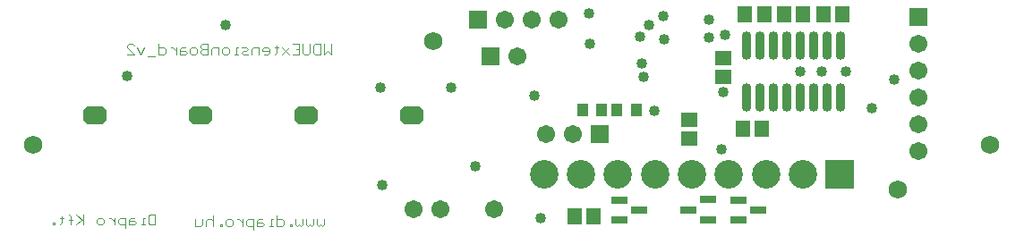
<source format=gbs>
%FSTAX24Y24*%
%MOIN*%
G70*
G01*
G75*
G04 Layer_Color=8388736*
%ADD10R,0.0532X0.0472*%
%ADD11R,0.0728X0.0472*%
%ADD12R,0.0472X0.0532*%
%ADD13R,0.0807X0.0157*%
%ADD14R,0.0433X0.0256*%
%ADD15R,0.0472X0.0551*%
%ADD16R,0.0551X0.0472*%
%ADD17C,0.0100*%
%ADD18C,0.0200*%
G04:AMPARAMS|DCode=19|XSize=78.7mil|YSize=60mil|CornerRadius=0mil|HoleSize=0mil|Usage=FLASHONLY|Rotation=0.000|XOffset=0mil|YOffset=0mil|HoleType=Round|Shape=Octagon|*
%AMOCTAGOND19*
4,1,8,0.0394,-0.0150,0.0394,0.0150,0.0244,0.0300,-0.0244,0.0300,-0.0394,0.0150,-0.0394,-0.0150,-0.0244,-0.0300,0.0244,-0.0300,0.0394,-0.0150,0.0*
%
%ADD19OCTAGOND19*%

%ADD20C,0.0600*%
%ADD21R,0.0591X0.0591*%
%ADD22C,0.0591*%
%ADD23R,0.0591X0.0591*%
%ADD24C,0.0984*%
%ADD25R,0.0984X0.0984*%
%ADD26C,0.0320*%
%ADD27R,0.0551X0.0236*%
%ADD28O,0.0276X0.0984*%
%ADD29R,0.0315X0.0374*%
%ADD30C,0.0039*%
%ADD31R,0.0612X0.0552*%
%ADD32R,0.0808X0.0552*%
%ADD33R,0.0552X0.0612*%
%ADD34R,0.0887X0.0237*%
%ADD35R,0.0513X0.0336*%
%ADD36R,0.0552X0.0631*%
%ADD37R,0.0631X0.0552*%
G04:AMPARAMS|DCode=38|XSize=86.7mil|YSize=68mil|CornerRadius=0mil|HoleSize=0mil|Usage=FLASHONLY|Rotation=0.000|XOffset=0mil|YOffset=0mil|HoleType=Round|Shape=Octagon|*
%AMOCTAGOND38*
4,1,8,0.0434,-0.0170,0.0434,0.0170,0.0264,0.0340,-0.0264,0.0340,-0.0434,0.0170,-0.0434,-0.0170,-0.0264,-0.0340,0.0264,-0.0340,0.0434,-0.0170,0.0*
%
%ADD38OCTAGOND38*%

%ADD39C,0.0680*%
%ADD40R,0.0671X0.0671*%
%ADD41C,0.0671*%
%ADD42R,0.0671X0.0671*%
%ADD43C,0.1064*%
%ADD44R,0.1064X0.1064*%
%ADD45C,0.0400*%
%ADD46R,0.0631X0.0316*%
%ADD47O,0.0356X0.1064*%
%ADD48R,0.0395X0.0454*%
D30*
X050815Y042033D02*
Y041639D01*
X050619D01*
X050553Y041705D01*
Y041967D01*
X050619Y042033D01*
X050815D01*
X050422Y041639D02*
X050291D01*
X050356D01*
Y041901D01*
X050422D01*
X050028D02*
X049897D01*
X049831Y041836D01*
Y041639D01*
X050028D01*
X050094Y041705D01*
X050028Y04177D01*
X049831D01*
X0497Y041508D02*
Y041901D01*
X049503D01*
X049438Y041836D01*
Y041705D01*
X049503Y041639D01*
X0497D01*
X049307Y041901D02*
Y041639D01*
Y04177D01*
X049241Y041836D01*
X049175Y041901D01*
X04911D01*
X048847Y041639D02*
X048716D01*
X048651Y041705D01*
Y041836D01*
X048716Y041901D01*
X048847D01*
X048913Y041836D01*
Y041705D01*
X048847Y041639D01*
X048126Y042033D02*
Y041639D01*
Y04177D01*
X047864Y042033D01*
X04806Y041836D01*
X047864Y041639D01*
X047667D02*
Y041967D01*
Y041836D01*
X047732D01*
X047601D01*
X047667D01*
Y041967D01*
X047601Y042033D01*
X047339Y041967D02*
Y041901D01*
X047404D01*
X047273D01*
X047339D01*
Y041705D01*
X047273Y041639D01*
X047076D02*
Y041705D01*
X047011D01*
Y041639D01*
X047076D01*
X057099Y041842D02*
Y041646D01*
X057033Y04158D01*
X056968Y041646D01*
X056902Y04158D01*
X056836Y041646D01*
Y041842D01*
X056705D02*
Y041646D01*
X05664Y04158D01*
X056574Y041646D01*
X056508Y04158D01*
X056443Y041646D01*
Y041842D01*
X056312D02*
Y041646D01*
X056246Y04158D01*
X05618Y041646D01*
X056115Y04158D01*
X056049Y041646D01*
Y041842D01*
X055918Y04158D02*
Y041646D01*
X055852D01*
Y04158D01*
X055918D01*
X055328Y041974D02*
Y04158D01*
X055525D01*
X05559Y041646D01*
Y041777D01*
X055525Y041842D01*
X055328D01*
X055197Y04158D02*
X055065D01*
X055131D01*
Y041842D01*
X055197D01*
X054803D02*
X054672D01*
X054606Y041777D01*
Y04158D01*
X054803D01*
X054869Y041646D01*
X054803Y041711D01*
X054606D01*
X054475Y041449D02*
Y041842D01*
X054278D01*
X054213Y041777D01*
Y041646D01*
X054278Y04158D01*
X054475D01*
X054081Y041842D02*
Y04158D01*
Y041711D01*
X054016Y041777D01*
X05395Y041842D01*
X053885D01*
X053622Y04158D02*
X053491D01*
X053425Y041646D01*
Y041777D01*
X053491Y041842D01*
X053622D01*
X053688Y041777D01*
Y041646D01*
X053622Y04158D01*
X053294D02*
Y041646D01*
X053229D01*
Y04158D01*
X053294D01*
X052966Y041974D02*
Y04158D01*
Y041777D01*
X052901Y041842D01*
X05277D01*
X052704Y041777D01*
Y04158D01*
X052573Y041842D02*
Y041646D01*
X052507Y04158D01*
X05231D01*
Y041842D01*
X057367Y04839D02*
Y047996D01*
X057235Y048127D01*
X057104Y047996D01*
Y04839D01*
X056973D02*
Y047996D01*
X056776D01*
X056711Y048062D01*
Y048324D01*
X056776Y04839D01*
X056973D01*
X056579D02*
Y048062D01*
X056514Y047996D01*
X056383D01*
X056317Y048062D01*
Y04839D01*
X055923D02*
X056186D01*
Y047996D01*
X055923D01*
X056186Y048193D02*
X056055D01*
X055792Y048258D02*
X05553Y047996D01*
X055661Y048127D01*
X05553Y048258D01*
X055792Y047996D01*
X055333Y048324D02*
Y048258D01*
X055399D01*
X055267D01*
X055333D01*
Y048062D01*
X055267Y047996D01*
X054874D02*
X055005D01*
X055071Y048062D01*
Y048193D01*
X055005Y048258D01*
X054874D01*
X054808Y048193D01*
Y048127D01*
X055071D01*
X054677Y047996D02*
Y048258D01*
X05448D01*
X054415Y048193D01*
Y047996D01*
X054284D02*
X054087D01*
X054021Y048062D01*
X054087Y048127D01*
X054218D01*
X054284Y048193D01*
X054218Y048258D01*
X054021D01*
X05389Y047996D02*
X053759D01*
X053824D01*
Y048258D01*
X05389D01*
X053496Y047996D02*
X053365D01*
X0533Y048062D01*
Y048193D01*
X053365Y048258D01*
X053496D01*
X053562Y048193D01*
Y048062D01*
X053496Y047996D01*
X053168D02*
Y048258D01*
X052972D01*
X052906Y048193D01*
Y047996D01*
X052775Y04839D02*
Y047996D01*
X052578D01*
X052512Y048062D01*
Y048127D01*
X052578Y048193D01*
X052775D01*
X052578D01*
X052512Y048258D01*
Y048324D01*
X052578Y04839D01*
X052775D01*
X052316Y047996D02*
X052184D01*
X052119Y048062D01*
Y048193D01*
X052184Y048258D01*
X052316D01*
X052381Y048193D01*
Y048062D01*
X052316Y047996D01*
X051922Y048258D02*
X051791D01*
X051725Y048193D01*
Y047996D01*
X051922D01*
X051988Y048062D01*
X051922Y048127D01*
X051725D01*
X051594Y048258D02*
Y047996D01*
Y048127D01*
X051529Y048193D01*
X051463Y048258D01*
X051397D01*
X050938Y04839D02*
Y047996D01*
X051135D01*
X051201Y048062D01*
Y048193D01*
X051135Y048258D01*
X050938D01*
X050807Y04793D02*
X050545D01*
X050413Y048258D02*
X050282Y047996D01*
X050151Y048258D01*
X049757Y047996D02*
X05002D01*
X049757Y048258D01*
Y048324D01*
X049823Y04839D01*
X049954D01*
X05002Y048324D01*
D31*
X070689Y044852D02*
D03*
Y04556D02*
D03*
D33*
X06715Y041949D02*
D03*
X066441D02*
D03*
D36*
X075698Y049489D02*
D03*
X076407D02*
D03*
X074241D02*
D03*
X07495D02*
D03*
X073493D02*
D03*
X072785D02*
D03*
X072697Y045206D02*
D03*
X073406D02*
D03*
D37*
X071973Y047862D02*
D03*
Y047154D02*
D03*
D38*
X060374Y045711D02*
D03*
X056437D02*
D03*
X0525D02*
D03*
X048563D02*
D03*
D39*
X081914Y044623D02*
D03*
X046284D02*
D03*
X078485Y042962D02*
D03*
X061162Y048474D02*
D03*
D40*
X067382Y045009D02*
D03*
X063311Y047911D02*
D03*
X062823Y0493D02*
D03*
D41*
X066382Y045009D02*
D03*
X065382D02*
D03*
X064311Y047911D02*
D03*
X060449Y042214D02*
D03*
X061449D02*
D03*
X063449D02*
D03*
X065823Y0493D02*
D03*
X064823D02*
D03*
X063823D02*
D03*
X079233Y044371D02*
D03*
Y045371D02*
D03*
Y046371D02*
D03*
Y047371D02*
D03*
Y048371D02*
D03*
D42*
Y049371D02*
D03*
D43*
X065296Y043513D02*
D03*
X070807D02*
D03*
X066674D02*
D03*
X073563D02*
D03*
X068052D02*
D03*
X06943D02*
D03*
X072185D02*
D03*
X074941D02*
D03*
D44*
X076319D02*
D03*
D45*
X059189Y046737D02*
D03*
X049756Y047182D02*
D03*
X053433Y049088D02*
D03*
X059259Y043118D02*
D03*
X062729Y043822D02*
D03*
X071906Y044446D02*
D03*
X06185Y04675D02*
D03*
X07485Y04735D02*
D03*
X07565D02*
D03*
X077517Y045983D02*
D03*
X07835Y04705D02*
D03*
X06495Y04645D02*
D03*
X069418Y045886D02*
D03*
X07655Y04735D02*
D03*
X068922Y047657D02*
D03*
X071973Y046594D02*
D03*
X069756Y04855D02*
D03*
X068859Y048642D02*
D03*
X069213Y049098D02*
D03*
X069Y04715D02*
D03*
X071449Y048606D02*
D03*
X066973Y049512D02*
D03*
X072036Y048709D02*
D03*
X071441Y04928D02*
D03*
X069721Y049409D02*
D03*
X06517Y041874D02*
D03*
X066996Y04837D02*
D03*
D46*
X068103Y041819D02*
D03*
Y042567D02*
D03*
X068851Y042193D02*
D03*
X070654Y042201D02*
D03*
X071402Y041827D02*
D03*
Y042575D02*
D03*
X072524Y041819D02*
D03*
Y042567D02*
D03*
X073272Y042193D02*
D03*
D47*
X072846Y048327D02*
D03*
X073346D02*
D03*
X073846D02*
D03*
X074346D02*
D03*
X074846D02*
D03*
X075346D02*
D03*
X075846D02*
D03*
X076346D02*
D03*
X072846Y046398D02*
D03*
X073346D02*
D03*
X073846D02*
D03*
X074346D02*
D03*
X074846D02*
D03*
X075346D02*
D03*
X075846D02*
D03*
X076346D02*
D03*
D48*
X068721Y045909D02*
D03*
X068012D02*
D03*
X066721Y045909D02*
D03*
X06743D02*
D03*
M02*

</source>
